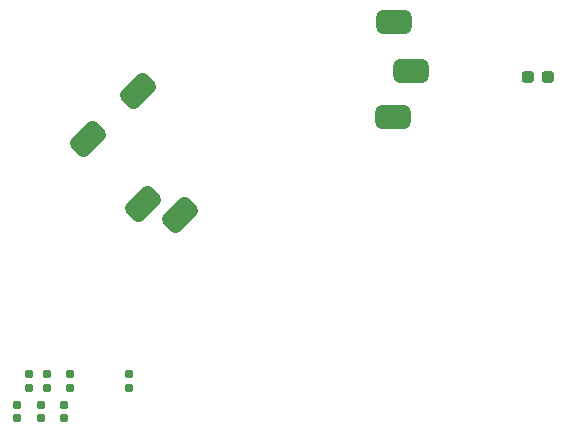
<source format=gbr>
%TF.GenerationSoftware,KiCad,Pcbnew,8.0.6-hq-2-g3d73d9976a*%
%TF.CreationDate,2024-12-20T20:58:29+08:00*%
%TF.ProjectId,DemoBoard_SensorForTemp&Rh_IntegratedWithMCU,44656d6f-426f-4617-9264-5f53656e736f,rev?*%
%TF.SameCoordinates,Original*%
%TF.FileFunction,Paste,Bot*%
%TF.FilePolarity,Positive*%
%FSLAX46Y46*%
G04 Gerber Fmt 4.6, Leading zero omitted, Abs format (unit mm)*
G04 Created by KiCad (PCBNEW 8.0.6-hq-2-g3d73d9976a) date 2024-12-20 20:58:29*
%MOMM*%
%LPD*%
G01*
G04 APERTURE LIST*
G04 Aperture macros list*
%AMRoundRect*
0 Rectangle with rounded corners*
0 $1 Rounding radius*
0 $2 $3 $4 $5 $6 $7 $8 $9 X,Y pos of 4 corners*
0 Add a 4 corners polygon primitive as box body*
4,1,4,$2,$3,$4,$5,$6,$7,$8,$9,$2,$3,0*
0 Add four circle primitives for the rounded corners*
1,1,$1+$1,$2,$3*
1,1,$1+$1,$4,$5*
1,1,$1+$1,$6,$7*
1,1,$1+$1,$8,$9*
0 Add four rect primitives between the rounded corners*
20,1,$1+$1,$2,$3,$4,$5,0*
20,1,$1+$1,$4,$5,$6,$7,0*
20,1,$1+$1,$6,$7,$8,$9,0*
20,1,$1+$1,$8,$9,$2,$3,0*%
G04 Aperture macros list end*
%ADD10RoundRect,0.155000X0.155000X-0.212500X0.155000X0.212500X-0.155000X0.212500X-0.155000X-0.212500X0*%
%ADD11RoundRect,0.500000X1.000000X0.500000X-1.000000X0.500000X-1.000000X-0.500000X1.000000X-0.500000X0*%
%ADD12RoundRect,0.500000X0.353553X1.060660X-1.060660X-0.353553X-0.353553X-1.060660X1.060660X0.353553X0*%
%ADD13RoundRect,0.237500X0.287500X0.237500X-0.287500X0.237500X-0.287500X-0.237500X0.287500X-0.237500X0*%
%ADD14RoundRect,0.500000X-0.353553X-1.060660X1.060660X0.353553X0.353553X1.060660X-1.060660X-0.353553X0*%
%ADD15RoundRect,0.500000X-1.000000X-0.500000X1.000000X-0.500000X1.000000X0.500000X-1.000000X0.500000X0*%
G04 APERTURE END LIST*
D10*
%TO.C,C7*%
X118440000Y-133231700D03*
X118440000Y-132096700D03*
%TD*%
D11*
%TO.C,SCL*%
X149352000Y-102285800D03*
%TD*%
D12*
%TO.C,SDA*%
X127635000Y-108077000D03*
%TD*%
D13*
%TO.C,C3*%
X162419000Y-106944000D03*
X160669000Y-106944000D03*
%TD*%
D10*
%TO.C,C10*%
X121440000Y-135822500D03*
X121440000Y-134687500D03*
%TD*%
D12*
%TO.C,SCK*%
X123444000Y-112141000D03*
%TD*%
D10*
%TO.C,C17*%
X126940000Y-133231700D03*
X126940000Y-132096700D03*
%TD*%
D14*
%TO.C,nCS*%
X131254500Y-118618000D03*
%TD*%
D10*
%TO.C,C9*%
X119940000Y-133231700D03*
X119940000Y-132096700D03*
%TD*%
D15*
%TO.C,SDA*%
X149225000Y-110312200D03*
%TD*%
D10*
%TO.C,C8*%
X119440000Y-135822500D03*
X119440000Y-134687500D03*
%TD*%
D12*
%TO.C,BUSY*%
X128079500Y-117665500D03*
%TD*%
D11*
%TO.C,SCL*%
X150749000Y-106426000D03*
%TD*%
D10*
%TO.C,C6*%
X117440000Y-135822500D03*
X117440000Y-134687500D03*
%TD*%
%TO.C,C16*%
X121940000Y-133231700D03*
X121940000Y-132096700D03*
%TD*%
M02*

</source>
